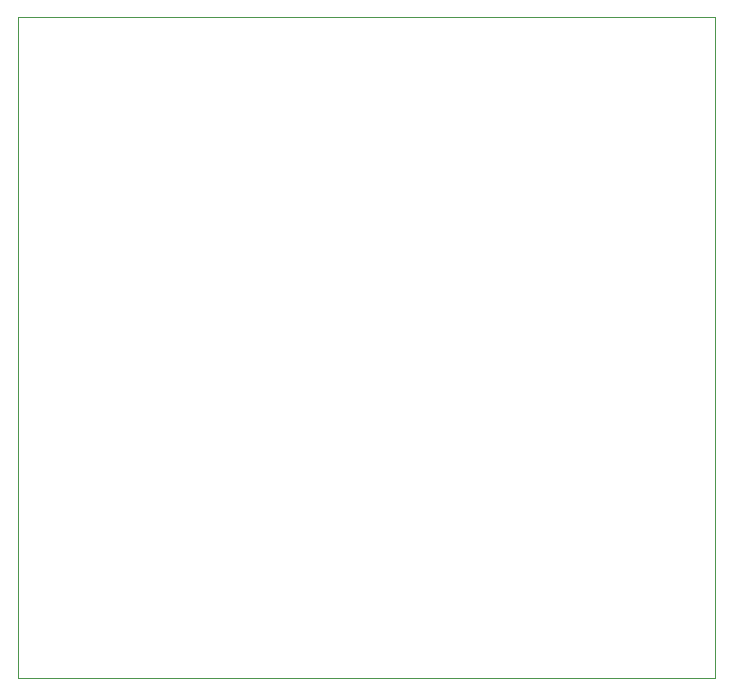
<source format=gbr>
G04 #@! TF.GenerationSoftware,KiCad,Pcbnew,(5.1.9)-1*
G04 #@! TF.CreationDate,2021-05-14T23:18:57-04:00*
G04 #@! TF.ProjectId,2xOPT Panelized,32784f50-5420-4506-916e-656c697a6564,rev?*
G04 #@! TF.SameCoordinates,Original*
G04 #@! TF.FileFunction,Profile,NP*
%FSLAX46Y46*%
G04 Gerber Fmt 4.6, Leading zero omitted, Abs format (unit mm)*
G04 Created by KiCad (PCBNEW (5.1.9)-1) date 2021-05-14 23:18:57*
%MOMM*%
%LPD*%
G01*
G04 APERTURE LIST*
G04 #@! TA.AperFunction,Profile*
%ADD10C,0.050000*%
G04 #@! TD*
G04 APERTURE END LIST*
D10*
X158637500Y-49137000D02*
X99637500Y-49137000D01*
X158637500Y-105137000D02*
X158637500Y-49137000D01*
X99637500Y-105137000D02*
X158637500Y-105137000D01*
X99637500Y-49137000D02*
X99637500Y-105137000D01*
M02*

</source>
